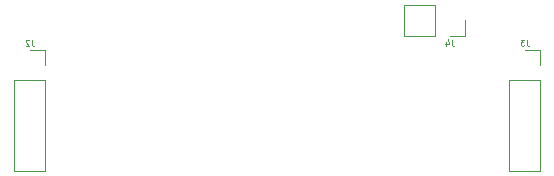
<source format=gbo>
%TF.GenerationSoftware,KiCad,Pcbnew,(5.1.9)-1*%
%TF.CreationDate,2021-03-15T19:39:59+08:00*%
%TF.ProjectId,Kernel,4b65726e-656c-42e6-9b69-6361645f7063,rev?*%
%TF.SameCoordinates,Original*%
%TF.FileFunction,Legend,Bot*%
%TF.FilePolarity,Positive*%
%FSLAX46Y46*%
G04 Gerber Fmt 4.6, Leading zero omitted, Abs format (unit mm)*
G04 Created by KiCad (PCBNEW (5.1.9)-1) date 2021-03-15 19:39:59*
%MOMM*%
%LPD*%
G01*
G04 APERTURE LIST*
%ADD10C,0.120000*%
%ADD11C,0.100000*%
G04 APERTURE END LIST*
D10*
%TO.C,J4*%
X107890000Y-43240000D02*
X107890000Y-40580000D01*
X110490000Y-43240000D02*
X107890000Y-43240000D01*
X110490000Y-40580000D02*
X107890000Y-40580000D01*
X110490000Y-43240000D02*
X110490000Y-40580000D01*
X111760000Y-43240000D02*
X113090000Y-43240000D01*
X113090000Y-43240000D02*
X113090000Y-41910000D01*
%TO.C,J3*%
X119440000Y-54670000D02*
X116780000Y-54670000D01*
X119440000Y-46990000D02*
X119440000Y-54670000D01*
X116780000Y-46990000D02*
X116780000Y-54670000D01*
X119440000Y-46990000D02*
X116780000Y-46990000D01*
X119440000Y-45720000D02*
X119440000Y-44390000D01*
X119440000Y-44390000D02*
X118110000Y-44390000D01*
%TO.C,J2*%
X77530000Y-54670000D02*
X74870000Y-54670000D01*
X77530000Y-46990000D02*
X77530000Y-54670000D01*
X74870000Y-46990000D02*
X74870000Y-54670000D01*
X77530000Y-46990000D02*
X74870000Y-46990000D01*
X77530000Y-45720000D02*
X77530000Y-44390000D01*
X77530000Y-44390000D02*
X76200000Y-44390000D01*
%TO.C,J4*%
D11*
X111926666Y-43541190D02*
X111926666Y-43898333D01*
X111950476Y-43969761D01*
X111998095Y-44017380D01*
X112069523Y-44041190D01*
X112117142Y-44041190D01*
X111474285Y-43707857D02*
X111474285Y-44041190D01*
X111593333Y-43517380D02*
X111712380Y-43874523D01*
X111402857Y-43874523D01*
%TO.C,J3*%
X118276666Y-43541190D02*
X118276666Y-43898333D01*
X118300476Y-43969761D01*
X118348095Y-44017380D01*
X118419523Y-44041190D01*
X118467142Y-44041190D01*
X118086190Y-43541190D02*
X117776666Y-43541190D01*
X117943333Y-43731666D01*
X117871904Y-43731666D01*
X117824285Y-43755476D01*
X117800476Y-43779285D01*
X117776666Y-43826904D01*
X117776666Y-43945952D01*
X117800476Y-43993571D01*
X117824285Y-44017380D01*
X117871904Y-44041190D01*
X118014761Y-44041190D01*
X118062380Y-44017380D01*
X118086190Y-43993571D01*
%TO.C,J2*%
X76366666Y-43541190D02*
X76366666Y-43898333D01*
X76390476Y-43969761D01*
X76438095Y-44017380D01*
X76509523Y-44041190D01*
X76557142Y-44041190D01*
X76152380Y-43588809D02*
X76128571Y-43565000D01*
X76080952Y-43541190D01*
X75961904Y-43541190D01*
X75914285Y-43565000D01*
X75890476Y-43588809D01*
X75866666Y-43636428D01*
X75866666Y-43684047D01*
X75890476Y-43755476D01*
X76176190Y-44041190D01*
X75866666Y-44041190D01*
%TD*%
M02*

</source>
